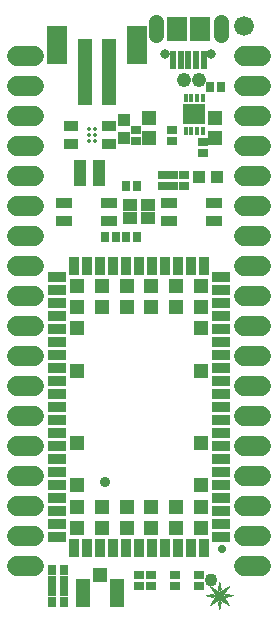
<source format=gts>
G75*
%MOIN*%
%OFA0B0*%
%FSLAX25Y25*%
%IPPOS*%
%LPD*%
%AMOC8*
5,1,8,0,0,1.08239X$1,22.5*
%
%ADD10R,0.02375X0.06115*%
%ADD11R,0.06706X0.08280*%
%ADD12C,0.03162*%
%ADD13C,0.05131*%
%ADD14R,0.05721X0.03359*%
%ADD15R,0.03950X0.03950*%
%ADD16R,0.03200X0.02600*%
%ADD17C,0.06600*%
%ADD18R,0.04934X0.09461*%
%ADD19R,0.04737X0.04934*%
%ADD20R,0.02600X0.03200*%
%ADD21C,0.00100*%
%ADD22R,0.03543X0.06299*%
%ADD23R,0.06299X0.03543*%
%ADD24C,0.02769*%
%ADD25R,0.04724X0.04724*%
%ADD26C,0.03556*%
%ADD27C,0.04343*%
%ADD28R,0.04737X0.03950*%
%ADD29R,0.07099X0.12611*%
%ADD30R,0.04737X0.22454*%
%ADD31R,0.04343X0.08674*%
%ADD32R,0.04900X0.03600*%
%ADD33R,0.01181X0.03150*%
%ADD34R,0.07402X0.06811*%
%ADD35R,0.04737X0.05131*%
%ADD36C,0.01378*%
%ADD37C,0.04762*%
%ADD38C,0.06600*%
D10*
X0089045Y0187969D03*
X0091604Y0187969D03*
X0094163Y0187969D03*
X0096723Y0187969D03*
X0099282Y0187969D03*
D11*
X0098100Y0198500D03*
X0090226Y0198461D03*
D12*
X0086486Y0190232D03*
X0101841Y0190232D03*
D13*
X0105089Y0196335D02*
X0105089Y0200665D01*
X0083238Y0200665D02*
X0083238Y0196335D01*
D14*
X0087782Y0140551D03*
X0087782Y0134449D03*
X0102545Y0134449D03*
X0102545Y0140551D03*
X0067545Y0140551D03*
X0067545Y0134449D03*
X0052782Y0134449D03*
X0052782Y0140551D03*
D15*
X0072663Y0162047D03*
X0072663Y0167953D03*
X0097711Y0149000D03*
X0103616Y0149000D03*
D16*
X0092663Y0149900D03*
X0089163Y0149900D03*
X0085663Y0149900D03*
X0085663Y0146100D03*
X0089163Y0146100D03*
X0092663Y0146100D03*
X0099163Y0157100D03*
X0099163Y0160900D03*
X0088663Y0161100D03*
X0088663Y0164900D03*
X0076663Y0164900D03*
X0076663Y0161100D03*
X0077663Y0016400D03*
X0081663Y0016400D03*
X0089663Y0016400D03*
X0089663Y0012600D03*
X0081663Y0012600D03*
X0077663Y0012600D03*
X0097663Y0012600D03*
X0097663Y0016400D03*
D17*
X0042663Y0019500D02*
X0036863Y0019500D01*
X0036863Y0029500D02*
X0042663Y0029500D01*
X0042663Y0039500D02*
X0036863Y0039500D01*
X0036863Y0049500D02*
X0042663Y0049500D01*
X0042663Y0059500D02*
X0036863Y0059500D01*
X0036863Y0069500D02*
X0042663Y0069500D01*
X0042663Y0079500D02*
X0036863Y0079500D01*
X0036863Y0089500D02*
X0042663Y0089500D01*
X0042663Y0099500D02*
X0036863Y0099500D01*
X0036863Y0109500D02*
X0042663Y0109500D01*
X0042663Y0119500D02*
X0036863Y0119500D01*
X0036863Y0129500D02*
X0042663Y0129500D01*
X0042663Y0139500D02*
X0036863Y0139500D01*
X0036863Y0149500D02*
X0042663Y0149500D01*
X0042663Y0159500D02*
X0036863Y0159500D01*
X0036863Y0169500D02*
X0042663Y0169500D01*
X0042663Y0179500D02*
X0036863Y0179500D01*
X0036863Y0189500D02*
X0042663Y0189500D01*
X0112663Y0189500D02*
X0118463Y0189500D01*
X0118463Y0179500D02*
X0112663Y0179500D01*
X0112663Y0169500D02*
X0118463Y0169500D01*
X0118463Y0159500D02*
X0112663Y0159500D01*
X0112663Y0149500D02*
X0118463Y0149500D01*
X0118463Y0139500D02*
X0112663Y0139500D01*
X0112663Y0129500D02*
X0118463Y0129500D01*
X0118463Y0119500D02*
X0112663Y0119500D01*
X0112663Y0109500D02*
X0118463Y0109500D01*
X0118463Y0099500D02*
X0112663Y0099500D01*
X0112663Y0089500D02*
X0118463Y0089500D01*
X0118463Y0079500D02*
X0112663Y0079500D01*
X0112663Y0069500D02*
X0118463Y0069500D01*
X0118463Y0059500D02*
X0112663Y0059500D01*
X0112663Y0049500D02*
X0118463Y0049500D01*
X0118463Y0039500D02*
X0112663Y0039500D01*
X0112663Y0029500D02*
X0118463Y0029500D01*
X0118463Y0019500D02*
X0112663Y0019500D01*
D18*
X0070471Y0010500D03*
X0058856Y0010500D03*
D19*
X0064663Y0016514D03*
D20*
X0052563Y0018000D03*
X0048763Y0018000D03*
X0048763Y0014500D03*
X0048763Y0011000D03*
X0052563Y0011000D03*
X0052563Y0014500D03*
X0052563Y0007500D03*
X0048763Y0007500D03*
X0066263Y0129000D03*
X0070063Y0129000D03*
X0073263Y0129000D03*
X0077063Y0129000D03*
X0077063Y0146000D03*
X0073263Y0146000D03*
X0101263Y0179000D03*
X0105063Y0179000D03*
D21*
X0104463Y0014000D02*
X0104963Y0011600D01*
X0104463Y0011300D01*
X0103963Y0011600D01*
X0104463Y0014000D01*
X0104455Y0013957D02*
X0104472Y0013957D01*
X0104493Y0013859D02*
X0104434Y0013859D01*
X0104413Y0013760D02*
X0104513Y0013760D01*
X0104534Y0013662D02*
X0104393Y0013662D01*
X0104372Y0013563D02*
X0104555Y0013563D01*
X0104575Y0013465D02*
X0104352Y0013465D01*
X0104331Y0013366D02*
X0104596Y0013366D01*
X0104616Y0013268D02*
X0104311Y0013268D01*
X0104290Y0013169D02*
X0104637Y0013169D01*
X0104657Y0013070D02*
X0104270Y0013070D01*
X0104249Y0012972D02*
X0104678Y0012972D01*
X0104698Y0012873D02*
X0104229Y0012873D01*
X0104208Y0012775D02*
X0104719Y0012775D01*
X0104739Y0012676D02*
X0104188Y0012676D01*
X0104167Y0012578D02*
X0104760Y0012578D01*
X0104780Y0012479D02*
X0104147Y0012479D01*
X0104126Y0012381D02*
X0104801Y0012381D01*
X0104821Y0012282D02*
X0104106Y0012282D01*
X0104085Y0012184D02*
X0104842Y0012184D01*
X0104862Y0012085D02*
X0104065Y0012085D01*
X0104044Y0011987D02*
X0104883Y0011987D01*
X0104903Y0011888D02*
X0104024Y0011888D01*
X0104003Y0011790D02*
X0104924Y0011790D01*
X0104944Y0011691D02*
X0103983Y0011691D01*
X0103975Y0011593D02*
X0104951Y0011593D01*
X0104787Y0011494D02*
X0104140Y0011494D01*
X0104304Y0011396D02*
X0104623Y0011396D01*
X0104956Y0011002D02*
X0106498Y0011002D01*
X0106564Y0011100D02*
X0105117Y0011100D01*
X0105277Y0011199D02*
X0106629Y0011199D01*
X0106695Y0011297D02*
X0105438Y0011297D01*
X0105599Y0011396D02*
X0106761Y0011396D01*
X0106826Y0011494D02*
X0105759Y0011494D01*
X0105920Y0011593D02*
X0106892Y0011593D01*
X0106958Y0011691D02*
X0106081Y0011691D01*
X0106242Y0011790D02*
X0107023Y0011790D01*
X0107089Y0011888D02*
X0106402Y0011888D01*
X0106563Y0011987D02*
X0107155Y0011987D01*
X0107220Y0012085D02*
X0106724Y0012085D01*
X0106885Y0012184D02*
X0107286Y0012184D01*
X0107352Y0012282D02*
X0107045Y0012282D01*
X0107206Y0012381D02*
X0107417Y0012381D01*
X0107367Y0012479D02*
X0107483Y0012479D01*
X0107527Y0012578D02*
X0107549Y0012578D01*
X0107563Y0012600D02*
X0104463Y0010700D01*
X0101463Y0012600D01*
X0103363Y0009600D01*
X0101363Y0006400D01*
X0104463Y0008400D01*
X0107563Y0006500D01*
X0105563Y0009600D01*
X0107563Y0012600D01*
X0106432Y0010903D02*
X0104795Y0010903D01*
X0104634Y0010805D02*
X0106367Y0010805D01*
X0106301Y0010706D02*
X0104474Y0010706D01*
X0104454Y0010706D02*
X0102663Y0010706D01*
X0102725Y0010608D02*
X0106235Y0010608D01*
X0106170Y0010509D02*
X0102788Y0010509D01*
X0102850Y0010411D02*
X0106104Y0010411D01*
X0106038Y0010312D02*
X0102912Y0010312D01*
X0102975Y0010214D02*
X0105973Y0010214D01*
X0105907Y0010115D02*
X0103037Y0010115D01*
X0103100Y0010017D02*
X0105841Y0010017D01*
X0105776Y0009918D02*
X0103162Y0009918D01*
X0103224Y0009820D02*
X0105710Y0009820D01*
X0105644Y0009721D02*
X0103287Y0009721D01*
X0103349Y0009623D02*
X0105579Y0009623D01*
X0105612Y0009524D02*
X0103316Y0009524D01*
X0103254Y0009426D02*
X0105676Y0009426D01*
X0105740Y0009327D02*
X0103193Y0009327D01*
X0103131Y0009229D02*
X0105803Y0009229D01*
X0105867Y0009130D02*
X0103070Y0009130D01*
X0103008Y0009032D02*
X0105930Y0009032D01*
X0105994Y0008933D02*
X0102947Y0008933D01*
X0102885Y0008834D02*
X0106057Y0008834D01*
X0106121Y0008736D02*
X0102823Y0008736D01*
X0102762Y0008637D02*
X0106184Y0008637D01*
X0106248Y0008539D02*
X0102700Y0008539D01*
X0102639Y0008440D02*
X0106312Y0008440D01*
X0106375Y0008342D02*
X0104558Y0008342D01*
X0104373Y0008342D02*
X0102577Y0008342D01*
X0102516Y0008243D02*
X0104221Y0008243D01*
X0104068Y0008145D02*
X0102454Y0008145D01*
X0102392Y0008046D02*
X0103915Y0008046D01*
X0103763Y0007948D02*
X0102331Y0007948D01*
X0102269Y0007849D02*
X0103610Y0007849D01*
X0103457Y0007751D02*
X0102208Y0007751D01*
X0102146Y0007652D02*
X0103305Y0007652D01*
X0103152Y0007554D02*
X0102085Y0007554D01*
X0102023Y0007455D02*
X0102999Y0007455D01*
X0102847Y0007357D02*
X0101961Y0007357D01*
X0101900Y0007258D02*
X0102694Y0007258D01*
X0102541Y0007160D02*
X0101838Y0007160D01*
X0101777Y0007061D02*
X0102388Y0007061D01*
X0102236Y0006963D02*
X0101715Y0006963D01*
X0101654Y0006864D02*
X0102083Y0006864D01*
X0101930Y0006766D02*
X0101592Y0006766D01*
X0101531Y0006667D02*
X0101778Y0006667D01*
X0101625Y0006569D02*
X0101469Y0006569D01*
X0101472Y0006470D02*
X0101407Y0006470D01*
X0104055Y0007061D02*
X0104872Y0007061D01*
X0104852Y0006963D02*
X0104075Y0006963D01*
X0104096Y0006864D02*
X0104831Y0006864D01*
X0104810Y0006766D02*
X0104116Y0006766D01*
X0104137Y0006667D02*
X0104790Y0006667D01*
X0104769Y0006569D02*
X0104157Y0006569D01*
X0104178Y0006470D02*
X0104749Y0006470D01*
X0104728Y0006372D02*
X0104199Y0006372D01*
X0104219Y0006273D02*
X0104708Y0006273D01*
X0104687Y0006175D02*
X0104240Y0006175D01*
X0104260Y0006076D02*
X0104667Y0006076D01*
X0104646Y0005978D02*
X0104281Y0005978D01*
X0104301Y0005879D02*
X0104626Y0005879D01*
X0104605Y0005781D02*
X0104322Y0005781D01*
X0104342Y0005682D02*
X0104585Y0005682D01*
X0104564Y0005584D02*
X0104363Y0005584D01*
X0104383Y0005485D02*
X0104544Y0005485D01*
X0104523Y0005387D02*
X0104404Y0005387D01*
X0104424Y0005288D02*
X0104503Y0005288D01*
X0104482Y0005190D02*
X0104445Y0005190D01*
X0104463Y0005100D02*
X0104963Y0007500D01*
X0104463Y0007800D01*
X0103963Y0007500D01*
X0104463Y0005100D01*
X0104034Y0007160D02*
X0104893Y0007160D01*
X0104913Y0007258D02*
X0104014Y0007258D01*
X0103993Y0007357D02*
X0104934Y0007357D01*
X0104954Y0007455D02*
X0103973Y0007455D01*
X0104053Y0007554D02*
X0104874Y0007554D01*
X0104710Y0007652D02*
X0104217Y0007652D01*
X0104382Y0007751D02*
X0104545Y0007751D01*
X0104880Y0008145D02*
X0106502Y0008145D01*
X0106439Y0008243D02*
X0104719Y0008243D01*
X0105040Y0008046D02*
X0106566Y0008046D01*
X0106629Y0007948D02*
X0105201Y0007948D01*
X0105362Y0007849D02*
X0106693Y0007849D01*
X0106756Y0007751D02*
X0105523Y0007751D01*
X0105683Y0007652D02*
X0106820Y0007652D01*
X0106884Y0007554D02*
X0105844Y0007554D01*
X0106005Y0007455D02*
X0106947Y0007455D01*
X0107011Y0007357D02*
X0106165Y0007357D01*
X0106326Y0007258D02*
X0107074Y0007258D01*
X0107138Y0007160D02*
X0106487Y0007160D01*
X0106648Y0007061D02*
X0107201Y0007061D01*
X0107265Y0006963D02*
X0106808Y0006963D01*
X0106969Y0006864D02*
X0107328Y0006864D01*
X0107392Y0006766D02*
X0107130Y0006766D01*
X0107291Y0006667D02*
X0107456Y0006667D01*
X0107451Y0006569D02*
X0107519Y0006569D01*
X0107155Y0009229D02*
X0106486Y0009229D01*
X0106427Y0009327D02*
X0107608Y0009327D01*
X0108061Y0009426D02*
X0106368Y0009426D01*
X0106309Y0009524D02*
X0108514Y0009524D01*
X0108760Y0009623D02*
X0106277Y0009623D01*
X0106263Y0009600D02*
X0106563Y0009100D01*
X0108863Y0009600D01*
X0106563Y0010100D01*
X0106263Y0009600D01*
X0106336Y0009721D02*
X0108306Y0009721D01*
X0107853Y0009820D02*
X0106395Y0009820D01*
X0106454Y0009918D02*
X0107400Y0009918D01*
X0106947Y0010017D02*
X0106513Y0010017D01*
X0106545Y0009130D02*
X0106702Y0009130D01*
X0104298Y0010805D02*
X0102600Y0010805D01*
X0102538Y0010903D02*
X0104143Y0010903D01*
X0103987Y0011002D02*
X0102476Y0011002D01*
X0102413Y0011100D02*
X0103831Y0011100D01*
X0103676Y0011199D02*
X0102351Y0011199D01*
X0102289Y0011297D02*
X0103520Y0011297D01*
X0103365Y0011396D02*
X0102226Y0011396D01*
X0102164Y0011494D02*
X0103209Y0011494D01*
X0103054Y0011593D02*
X0102101Y0011593D01*
X0102039Y0011691D02*
X0102898Y0011691D01*
X0102743Y0011790D02*
X0101977Y0011790D01*
X0101914Y0011888D02*
X0102587Y0011888D01*
X0102432Y0011987D02*
X0101852Y0011987D01*
X0101789Y0012085D02*
X0102276Y0012085D01*
X0102121Y0012184D02*
X0101727Y0012184D01*
X0101665Y0012282D02*
X0101965Y0012282D01*
X0101809Y0012381D02*
X0101602Y0012381D01*
X0101654Y0012479D02*
X0101540Y0012479D01*
X0101498Y0012578D02*
X0101477Y0012578D01*
X0101980Y0010017D02*
X0102430Y0010017D01*
X0102363Y0010100D02*
X0102763Y0009600D01*
X0102363Y0009100D01*
X0100063Y0009600D01*
X0102363Y0010100D01*
X0102509Y0009918D02*
X0101527Y0009918D01*
X0101074Y0009820D02*
X0102588Y0009820D01*
X0102667Y0009721D02*
X0100621Y0009721D01*
X0100413Y0009524D02*
X0102703Y0009524D01*
X0102745Y0009623D02*
X0100167Y0009623D01*
X0100866Y0009426D02*
X0102624Y0009426D01*
X0102545Y0009327D02*
X0101319Y0009327D01*
X0101772Y0009229D02*
X0102466Y0009229D01*
X0102387Y0009130D02*
X0102225Y0009130D01*
D22*
X0099317Y0025453D03*
X0094986Y0025453D03*
X0090656Y0025453D03*
X0086325Y0025453D03*
X0081994Y0025453D03*
X0077663Y0025453D03*
X0073333Y0025453D03*
X0069002Y0025453D03*
X0064671Y0025453D03*
X0060341Y0025453D03*
X0056010Y0025453D03*
X0056010Y0119547D03*
X0060341Y0119547D03*
X0064671Y0119547D03*
X0069002Y0119547D03*
X0073333Y0119547D03*
X0077663Y0119547D03*
X0081994Y0119547D03*
X0086325Y0119547D03*
X0090656Y0119547D03*
X0094986Y0119547D03*
X0099317Y0119547D03*
D23*
X0105026Y0115807D03*
X0105026Y0111476D03*
X0105026Y0107146D03*
X0105026Y0102815D03*
X0105026Y0098484D03*
X0105026Y0094154D03*
X0105026Y0089823D03*
X0105026Y0085492D03*
X0105026Y0081161D03*
X0105026Y0076831D03*
X0105026Y0072500D03*
X0105026Y0068169D03*
X0105026Y0063839D03*
X0105026Y0059508D03*
X0105026Y0055177D03*
X0105026Y0050846D03*
X0105026Y0046516D03*
X0105026Y0042185D03*
X0105026Y0037854D03*
X0105026Y0033524D03*
X0105026Y0029193D03*
X0050301Y0029193D03*
X0050301Y0033524D03*
X0050301Y0037854D03*
X0050301Y0042185D03*
X0050301Y0046516D03*
X0050301Y0050846D03*
X0050301Y0055177D03*
X0050301Y0059508D03*
X0050301Y0063839D03*
X0050301Y0068169D03*
X0050301Y0072500D03*
X0050301Y0076831D03*
X0050301Y0081161D03*
X0050301Y0085492D03*
X0050301Y0089823D03*
X0050301Y0094154D03*
X0050301Y0098484D03*
X0050301Y0102815D03*
X0050301Y0107146D03*
X0050301Y0111476D03*
X0050301Y0115807D03*
D24*
X0105223Y0025256D03*
D25*
X0098333Y0032146D03*
X0090065Y0032146D03*
X0081797Y0032146D03*
X0073530Y0032146D03*
X0065262Y0032146D03*
X0056994Y0032146D03*
X0056994Y0039232D03*
X0065262Y0039232D03*
X0073530Y0039232D03*
X0081797Y0039232D03*
X0090065Y0039232D03*
X0098333Y0039232D03*
X0098333Y0046319D03*
X0098333Y0060492D03*
X0056994Y0060492D03*
X0056994Y0046319D03*
X0056994Y0084508D03*
X0056994Y0098681D03*
X0056994Y0105768D03*
X0065262Y0105768D03*
X0073530Y0105768D03*
X0081797Y0105768D03*
X0090065Y0105768D03*
X0098333Y0105768D03*
X0098333Y0112854D03*
X0090065Y0112854D03*
X0081797Y0112854D03*
X0073530Y0112854D03*
X0065262Y0112854D03*
X0056994Y0112854D03*
X0098333Y0098681D03*
X0098333Y0084508D03*
D26*
X0066356Y0047539D03*
D27*
X0101789Y0014861D03*
D28*
X0080616Y0135335D03*
X0074711Y0135335D03*
X0074711Y0139665D03*
X0080616Y0139665D03*
D29*
X0077049Y0193063D03*
X0050278Y0193063D03*
D30*
X0059726Y0184126D03*
X0067600Y0184126D03*
D31*
X0064313Y0150500D03*
X0058014Y0150500D03*
D32*
X0055163Y0160050D03*
X0055163Y0165950D03*
X0067663Y0165950D03*
X0067663Y0160050D03*
D33*
X0093211Y0164488D03*
X0093211Y0164488D03*
X0095179Y0164488D03*
X0097148Y0164488D03*
X0099116Y0164488D03*
X0099116Y0175512D03*
X0097148Y0175512D03*
X0095179Y0175512D03*
X0093211Y0175512D03*
D34*
X0096163Y0170000D03*
D35*
X0103163Y0168846D03*
X0103163Y0162154D03*
X0081163Y0162154D03*
X0081163Y0168846D03*
D36*
X0063148Y0164969D03*
X0061179Y0164969D03*
X0061179Y0163000D03*
X0061179Y0161031D03*
X0063148Y0161031D03*
X0063148Y0163000D03*
D37*
X0092663Y0181500D03*
X0097663Y0181500D03*
D38*
X0112663Y0199500D03*
M02*

</source>
